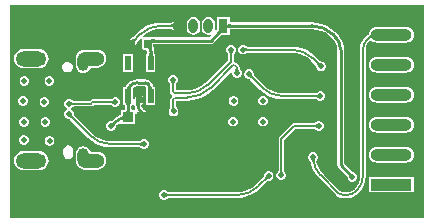
<source format=gbr>
G04*
G04 #@! TF.GenerationSoftware,Altium Limited,Altium Designer,23.1.1 (15)*
G04*
G04 Layer_Physical_Order=2*
G04 Layer_Color=16711680*
%FSLAX25Y25*%
%MOIN*%
G70*
G04*
G04 #@! TF.SameCoordinates,1495F0C7-D67D-4403-963C-54D1E027F531*
G04*
G04*
G04 #@! TF.FilePolarity,Positive*
G04*
G01*
G75*
%ADD13C,0.01000*%
%ADD17O,0.13780X0.04016*%
%ADD18R,0.13780X0.04016*%
%ADD47C,0.00600*%
%ADD48C,0.00800*%
%ADD49O,0.09055X0.04724*%
%ADD50O,0.03937X0.05906*%
%ADD51O,0.10236X0.05118*%
%ADD52O,0.03150X0.04724*%
%ADD53R,0.03150X0.04724*%
%ADD54C,0.02000*%
%ADD55C,0.01000*%
%ADD56R,0.03347X0.03347*%
G04:AMPARAMS|DCode=57|XSize=29.92mil|YSize=26mil|CornerRadius=3.25mil|HoleSize=0mil|Usage=FLASHONLY|Rotation=270.000|XOffset=0mil|YOffset=0mil|HoleType=Round|Shape=RoundedRectangle|*
%AMROUNDEDRECTD57*
21,1,0.02992,0.01950,0,0,270.0*
21,1,0.02342,0.02600,0,0,270.0*
1,1,0.00650,-0.00975,-0.01171*
1,1,0.00650,-0.00975,0.01171*
1,1,0.00650,0.00975,0.01171*
1,1,0.00650,0.00975,-0.01171*
%
%ADD57ROUNDEDRECTD57*%
%ADD58R,0.01968X0.04724*%
G36*
X511500Y293000D02*
X373500D01*
Y364000D01*
X511500D01*
Y293000D01*
D02*
G37*
%LPC*%
G36*
X439500Y360005D02*
X438651Y359836D01*
X437932Y359355D01*
X437451Y358636D01*
X437283Y357787D01*
Y356213D01*
X437451Y355364D01*
X437932Y354645D01*
X438651Y354164D01*
X439500Y353995D01*
X440111Y354117D01*
X440357Y353656D01*
X439823Y353121D01*
X421617D01*
X421550Y353149D01*
X421548Y353149D01*
X421546Y353149D01*
X420755Y353144D01*
X420746Y353140D01*
X420737Y353144D01*
X420416Y353132D01*
X420398Y353124D01*
X420379Y353130D01*
X420324Y353125D01*
X420318Y353121D01*
X420256D01*
X420236Y353118D01*
X420056D01*
X420056Y353118D01*
X420039Y353114D01*
X418281D01*
X417920Y353042D01*
X417649Y353460D01*
X418890Y354478D01*
X420445Y355309D01*
X422132Y355820D01*
X423843Y355989D01*
X423886Y355980D01*
X427040D01*
X427107Y355951D01*
X427242Y355947D01*
X427336Y355939D01*
X427401Y355929D01*
X427478Y355742D01*
X427512Y355728D01*
X427528Y355698D01*
X427530Y355696D01*
X427738Y355635D01*
X427935Y355553D01*
X427937Y355552D01*
X427971Y355566D01*
X428007Y355556D01*
X428196Y355660D01*
X428397Y355742D01*
X428397Y355744D01*
X428411Y355776D01*
X428443Y355794D01*
X428444Y355797D01*
X428498Y355980D01*
X429500D01*
X429890Y356058D01*
X430221Y356279D01*
X430442Y356610D01*
X430520Y357000D01*
X430442Y357390D01*
X430221Y357721D01*
X429890Y357942D01*
X429500Y358020D01*
X428498D01*
X428444Y358203D01*
X428443Y358206D01*
X428411Y358224D01*
X428397Y358258D01*
X428197Y358340D01*
X428007Y358444D01*
X428005Y358444D01*
X427971Y358434D01*
X427937Y358448D01*
X427737Y358365D01*
X427530Y358304D01*
X427512Y358272D01*
X427478Y358258D01*
X427477Y358255D01*
X427401Y358071D01*
X427336Y358061D01*
X427242Y358053D01*
X427107Y358049D01*
X427040Y358020D01*
X423886D01*
Y358034D01*
X422160Y357898D01*
X420476Y357494D01*
X418877Y356831D01*
X417401Y355927D01*
X416084Y354802D01*
X416094Y354792D01*
X414858Y353555D01*
X414791Y353531D01*
X414473Y353234D01*
X414360Y353142D01*
X414274Y353081D01*
X414217Y353116D01*
X414215Y353118D01*
X414158Y353105D01*
X414108Y353127D01*
X414105Y353128D01*
X413923Y353053D01*
X413730Y353010D01*
X413729Y353008D01*
X413699Y352961D01*
X413645Y352939D01*
X413569Y352757D01*
X413463Y352590D01*
X413476Y352534D01*
X413453Y352480D01*
X413455Y352478D01*
X413528Y352298D01*
X413541Y352239D01*
X413023Y351721D01*
X412802Y351390D01*
X412724Y351000D01*
X412802Y350610D01*
X413023Y350279D01*
X413354Y350058D01*
X413744Y349980D01*
X414134Y350058D01*
X414465Y350279D01*
X414774Y350588D01*
X414824Y350546D01*
X414873Y350549D01*
X414912Y350525D01*
X414914Y350523D01*
X415115Y350568D01*
X415316Y350583D01*
X415319Y350583D01*
X415351Y350621D01*
X415399Y350631D01*
X415510Y350804D01*
X415643Y350960D01*
X415643Y350962D01*
X415639Y351009D01*
X415666Y351051D01*
X415665Y351054D01*
X415621Y351251D01*
X415621Y351261D01*
X415624Y351268D01*
X415626Y351289D01*
X415637Y351315D01*
X415673Y351378D01*
X415729Y351458D01*
X415935Y351702D01*
X416071Y351843D01*
X416099Y351913D01*
X416993Y352807D01*
X417381Y352551D01*
X417406Y352513D01*
X417338Y352171D01*
Y349829D01*
X417410Y349468D01*
X417614Y349162D01*
X417920Y348958D01*
X418281Y348886D01*
X418805D01*
X419106Y348483D01*
X419119Y348465D01*
Y347940D01*
X419091Y347878D01*
X419087Y347707D01*
X419076Y347580D01*
X419061Y347483D01*
X419059Y347474D01*
X418656D01*
Y346952D01*
X418618Y346862D01*
X418633Y346827D01*
X418622Y346790D01*
X418656Y346729D01*
Y341550D01*
X421824D01*
Y346729D01*
X421858Y346790D01*
X421847Y346827D01*
X421862Y346862D01*
X421824Y346952D01*
Y347474D01*
X421422D01*
X421419Y347483D01*
X421404Y347580D01*
X421394Y347707D01*
X421389Y347878D01*
X421362Y347940D01*
Y348624D01*
X421379D01*
X421376Y348941D01*
X421349Y349119D01*
X421302Y349429D01*
X421293Y349444D01*
X421297Y349461D01*
X421253Y349677D01*
X421241Y349695D01*
X421243Y349717D01*
X421226Y349780D01*
X421225Y349788D01*
X421207Y349833D01*
X421207Y349843D01*
X421188Y349897D01*
X421174Y349912D01*
X421174Y349912D01*
Y350824D01*
X421243Y350835D01*
X421381Y350846D01*
X421566Y350851D01*
X421628Y350879D01*
X440287D01*
X440287Y350878D01*
X440717Y350964D01*
X441081Y351207D01*
X443317Y353444D01*
X443379Y353467D01*
X443757Y353818D01*
X443899Y353931D01*
X444020Y354015D01*
X444059Y354038D01*
X444261D01*
X444351Y354000D01*
X444401Y354021D01*
X444453Y354008D01*
X444501Y354038D01*
X446675D01*
Y355817D01*
X446683Y355819D01*
X446779Y355835D01*
X446907Y355846D01*
X447080Y355851D01*
X447142Y355878D01*
X473958D01*
X474006Y355888D01*
X475693Y355722D01*
X477361Y355216D01*
X478898Y354394D01*
X480208Y353319D01*
X480236Y353278D01*
X481007Y352507D01*
X481007Y352507D01*
X481312Y352133D01*
X481818Y351474D01*
X482321Y350258D01*
X482487Y348999D01*
X482478Y348954D01*
Y314642D01*
Y310500D01*
X482478Y310500D01*
X482564Y310071D01*
X482807Y309707D01*
X485621Y306893D01*
X485638Y306839D01*
X485651Y306833D01*
X485655Y306820D01*
X485779Y306685D01*
X485810Y306646D01*
X485835Y306610D01*
X485851Y306583D01*
X485858Y306570D01*
X485860Y306555D01*
X485864Y306547D01*
X485867Y306537D01*
X485881Y306518D01*
X485882Y306517D01*
X485900Y306472D01*
Y306182D01*
X486144Y305594D01*
X486594Y305144D01*
X487182Y304900D01*
X487818D01*
X488406Y305144D01*
X488856Y305594D01*
X489100Y306182D01*
Y306818D01*
X488856Y307406D01*
X488406Y307856D01*
X487818Y308100D01*
X487717D01*
X487696Y308112D01*
X487674Y308129D01*
X487674Y308129D01*
X487673Y308129D01*
X487666Y308135D01*
X487650Y308139D01*
X487643Y308142D01*
X487636Y308143D01*
X487628Y308147D01*
X487603Y308162D01*
X487568Y308185D01*
X487531Y308212D01*
X487415Y308313D01*
X487350Y308375D01*
X487285Y308401D01*
X484722Y310965D01*
Y314642D01*
Y348954D01*
X484735D01*
X484595Y350375D01*
X484181Y351741D01*
X483508Y352999D01*
X482603Y354103D01*
X482603Y354103D01*
X482239Y354447D01*
X481822Y354864D01*
X481831Y354873D01*
X480503Y356008D01*
X479013Y356921D01*
X477398Y357589D01*
X475700Y357997D01*
X473958Y358134D01*
Y358121D01*
X447142D01*
X447080Y358149D01*
X446907Y358154D01*
X446779Y358165D01*
X446683Y358181D01*
X446675Y358183D01*
Y359962D01*
X442325D01*
Y356213D01*
X442296Y356165D01*
X442308Y356113D01*
X442288Y356064D01*
X442325Y355974D01*
Y355854D01*
X442120Y355673D01*
X441662Y355936D01*
X441717Y356213D01*
Y357787D01*
X441549Y358636D01*
X441068Y359355D01*
X440349Y359836D01*
X439500Y360005D01*
D02*
G37*
G36*
X434500D02*
X433651Y359836D01*
X432932Y359355D01*
X432451Y358636D01*
X432283Y357787D01*
Y356213D01*
X432451Y355364D01*
X432932Y354645D01*
X433651Y354164D01*
X434500Y353995D01*
X435349Y354164D01*
X436068Y354645D01*
X436549Y355364D01*
X436717Y356213D01*
Y357787D01*
X436549Y358636D01*
X436068Y359355D01*
X435349Y359836D01*
X434500Y360005D01*
D02*
G37*
G36*
X505382Y356630D02*
X495618D01*
X494937Y356541D01*
X494303Y356278D01*
X493758Y355860D01*
X493340Y355315D01*
X493077Y354681D01*
X493002Y354107D01*
X492995Y354101D01*
X492864Y354001D01*
X492776Y353944D01*
X492741Y353894D01*
X491843Y353157D01*
X491090Y352240D01*
X490531Y351194D01*
X490187Y350059D01*
X490071Y348879D01*
X490082D01*
Y306828D01*
X490078D01*
X489965Y305676D01*
X489629Y304568D01*
X489083Y303547D01*
X488348Y302652D01*
X487972Y302353D01*
X487482Y301978D01*
X486468Y301557D01*
X485390Y301415D01*
X485379Y301418D01*
X484500D01*
Y301421D01*
X483929Y301535D01*
X483444Y301859D01*
X483088Y302209D01*
X477919Y307379D01*
X477565Y307732D01*
X477255Y308104D01*
X476610Y308890D01*
X475902Y310213D01*
X475481Y311604D01*
X475497Y311651D01*
X475486Y311676D01*
X475492Y311702D01*
X475485Y311756D01*
X475485Y311774D01*
X475486Y311792D01*
X475490Y311811D01*
X475496Y311835D01*
X475508Y311863D01*
X475526Y311898D01*
X475551Y311938D01*
X475585Y311984D01*
X475641Y312051D01*
X475673Y312147D01*
X475763Y312237D01*
X476006Y312825D01*
Y313462D01*
X475763Y314050D01*
X475313Y314500D01*
X474725Y314744D01*
X474088D01*
X473500Y314500D01*
X473050Y314050D01*
X472806Y313462D01*
Y312825D01*
X473050Y312237D01*
X473253Y312035D01*
X473310Y311912D01*
X473376Y311850D01*
X473424Y311802D01*
X473464Y311755D01*
X473498Y311710D01*
X473527Y311667D01*
X473551Y311625D01*
X473570Y311585D01*
X473585Y311545D01*
X473597Y311506D01*
X473611Y311442D01*
X473631Y311413D01*
X473643Y311287D01*
X474185Y309502D01*
X475064Y307857D01*
X476248Y306415D01*
X476248Y306415D01*
X476621Y306081D01*
X482144Y300558D01*
X482144Y300558D01*
X482136Y300551D01*
X482829Y300019D01*
X483635Y299685D01*
X484500Y299571D01*
Y299582D01*
X485379D01*
Y299571D01*
X486559Y299687D01*
X487694Y300031D01*
X488740Y300590D01*
X489657Y301343D01*
X489663Y301337D01*
X490629Y302514D01*
X491346Y303857D01*
X491788Y305313D01*
X491937Y306828D01*
X491918D01*
Y348879D01*
X491915Y348890D01*
X492057Y349968D01*
X492478Y350982D01*
X493140Y351845D01*
X493149Y351851D01*
X493155Y351860D01*
X493663Y352250D01*
X493670Y352255D01*
X493758Y352140D01*
X494303Y351722D01*
X494937Y351459D01*
X495618Y351370D01*
X505382D01*
X506063Y351459D01*
X506697Y351722D01*
X507242Y352140D01*
X507660Y352685D01*
X507923Y353319D01*
X508012Y354000D01*
X507923Y354681D01*
X507660Y355315D01*
X507242Y355860D01*
X506697Y356278D01*
X506063Y356541D01*
X505382Y356630D01*
D02*
G37*
G36*
X383051Y349194D02*
X377933D01*
X377108Y349086D01*
X376340Y348767D01*
X375680Y348261D01*
X375174Y347601D01*
X374855Y346833D01*
X374747Y346008D01*
X374855Y345183D01*
X375174Y344415D01*
X375680Y343755D01*
X376340Y343249D01*
X377108Y342930D01*
X377933Y342822D01*
X383051D01*
X383876Y342930D01*
X384644Y343249D01*
X385304Y343755D01*
X385811Y344415D01*
X386129Y345183D01*
X386238Y346008D01*
X386129Y346833D01*
X385811Y347601D01*
X385304Y348261D01*
X384644Y348767D01*
X383876Y349086D01*
X383051Y349194D01*
D02*
G37*
G36*
X451333Y350606D02*
X450696D01*
X450108Y350363D01*
X449658Y349913D01*
X449414Y349324D01*
Y348688D01*
X449658Y348100D01*
X450108Y347650D01*
X450696Y347406D01*
X451333D01*
X451921Y347650D01*
X452061Y347790D01*
X452172Y347832D01*
X452212Y347869D01*
X452232Y347885D01*
X452253Y347899D01*
X452277Y347911D01*
X452304Y347922D01*
X452336Y347933D01*
X452375Y347942D01*
X452419Y347950D01*
X452471Y347955D01*
X452550Y347957D01*
X452616Y347987D01*
X467252D01*
X467295Y347995D01*
X469006Y347827D01*
X470693Y347315D01*
X472248Y346484D01*
X473577Y345393D01*
X473602Y345356D01*
X475146Y343812D01*
X475172Y343744D01*
X475226Y343687D01*
X475259Y343647D01*
X475286Y343610D01*
X475306Y343576D01*
X475322Y343546D01*
X475333Y343518D01*
X475341Y343493D01*
X475346Y343468D01*
X475349Y343443D01*
X475351Y343388D01*
X475400Y343280D01*
Y343082D01*
X475644Y342494D01*
X476094Y342044D01*
X476682Y341800D01*
X477318D01*
X477906Y342044D01*
X478356Y342494D01*
X478600Y343082D01*
Y343718D01*
X478356Y344306D01*
X477906Y344756D01*
X477318Y345000D01*
X477120D01*
X477012Y345049D01*
X476957Y345051D01*
X476932Y345054D01*
X476907Y345059D01*
X476882Y345067D01*
X476854Y345078D01*
X476824Y345094D01*
X476790Y345114D01*
X476753Y345141D01*
X476713Y345174D01*
X476656Y345228D01*
X476588Y345254D01*
X475044Y346798D01*
X475054Y346809D01*
X473737Y347933D01*
X472261Y348838D01*
X470661Y349500D01*
X468978Y349904D01*
X467252Y350040D01*
Y350026D01*
X452616D01*
X452550Y350055D01*
X452471Y350058D01*
X452419Y350063D01*
X452375Y350070D01*
X452336Y350079D01*
X452304Y350090D01*
X452277Y350102D01*
X452253Y350114D01*
X452232Y350128D01*
X452212Y350143D01*
X452172Y350181D01*
X452061Y350222D01*
X451921Y350363D01*
X451333Y350606D01*
D02*
G37*
G36*
X414344Y347474D02*
X411176D01*
Y341550D01*
X414344D01*
Y347474D01*
D02*
G37*
G36*
X392854Y344954D02*
X392146D01*
X391491Y344683D01*
X390990Y344182D01*
X390719Y343528D01*
Y342819D01*
X390990Y342164D01*
X391491Y341663D01*
X392146Y341392D01*
X392854D01*
X393509Y341663D01*
X394010Y342164D01*
X394281Y342819D01*
Y343528D01*
X394010Y344182D01*
X393509Y344683D01*
X392854Y344954D01*
D02*
G37*
G36*
X505382Y346630D02*
X495618D01*
X494937Y346541D01*
X494303Y346278D01*
X493758Y345860D01*
X493340Y345315D01*
X493077Y344681D01*
X492988Y344000D01*
X493077Y343319D01*
X493340Y342685D01*
X493758Y342140D01*
X494303Y341722D01*
X494937Y341459D01*
X495618Y341370D01*
X505382D01*
X506063Y341459D01*
X506697Y341722D01*
X507242Y342140D01*
X507660Y342685D01*
X507923Y343319D01*
X508012Y344000D01*
X507923Y344681D01*
X507660Y345315D01*
X507242Y345860D01*
X506697Y346278D01*
X506063Y346541D01*
X505382Y346630D01*
D02*
G37*
G36*
X402539Y348996D02*
X398209D01*
X397435Y348894D01*
X396715Y348595D01*
X396096Y348121D01*
X395621Y347502D01*
X395323Y346781D01*
X395221Y346008D01*
X395236Y345897D01*
X395224Y345811D01*
Y343843D01*
X395313Y343172D01*
X395571Y342547D01*
X395983Y342011D01*
X396520Y341599D01*
X397145Y341340D01*
X397815Y341252D01*
X398485Y341340D01*
X399110Y341599D01*
X399647Y342011D01*
X400059Y342547D01*
X400254Y343020D01*
X402539D01*
X403313Y343122D01*
X404033Y343420D01*
X404652Y343895D01*
X405127Y344514D01*
X405425Y345235D01*
X405527Y346008D01*
X405425Y346781D01*
X405127Y347502D01*
X404652Y348121D01*
X404033Y348595D01*
X403313Y348894D01*
X402539Y348996D01*
D02*
G37*
G36*
X447397Y350503D02*
X446761D01*
X446172Y350259D01*
X445722Y349809D01*
X445479Y349221D01*
Y348585D01*
X445722Y347996D01*
X445838Y347880D01*
X445875Y347776D01*
X445911Y347735D01*
X445926Y347715D01*
X445939Y347693D01*
X445951Y347670D01*
X445962Y347642D01*
X445971Y347609D01*
X445980Y347571D01*
X445986Y347526D01*
X445989Y347474D01*
X445990Y347395D01*
X446018Y347328D01*
X445981Y345927D01*
X445983Y345913D01*
X445980Y345900D01*
Y345474D01*
X438556Y338050D01*
X438532Y338013D01*
X437203Y336922D01*
X435648Y336091D01*
X433961Y335579D01*
X432250Y335411D01*
X432206Y335420D01*
X428736D01*
X428731Y335431D01*
X428720Y335436D01*
Y337398D01*
X428749Y337464D01*
X428752Y337543D01*
X428757Y337595D01*
X428764Y337640D01*
X428773Y337678D01*
X428784Y337710D01*
X428795Y337738D01*
X428808Y337761D01*
X428822Y337783D01*
X428837Y337802D01*
X428874Y337842D01*
X428916Y337953D01*
X429056Y338094D01*
X429300Y338682D01*
Y339318D01*
X429056Y339906D01*
X428606Y340356D01*
X428018Y340600D01*
X427382D01*
X426794Y340356D01*
X426344Y339906D01*
X426100Y339318D01*
Y338682D01*
X426344Y338094D01*
X426484Y337953D01*
X426526Y337842D01*
X426563Y337802D01*
X426579Y337782D01*
X426592Y337761D01*
X426605Y337738D01*
X426616Y337710D01*
X426627Y337678D01*
X426636Y337640D01*
X426644Y337595D01*
X426649Y337543D01*
X426651Y337464D01*
X426680Y337398D01*
Y335371D01*
X426661D01*
X426814Y334602D01*
X427250Y333950D01*
X427217Y333370D01*
X426904Y332902D01*
X426765Y332200D01*
X426780D01*
Y329950D01*
X426751Y329884D01*
X426749Y329803D01*
X426744Y329746D01*
X426736Y329695D01*
X426727Y329649D01*
X426715Y329608D01*
X426702Y329572D01*
X426687Y329540D01*
X426671Y329510D01*
X426653Y329483D01*
X426618Y329437D01*
X426597Y329360D01*
X426544Y329306D01*
X426300Y328718D01*
Y328082D01*
X426544Y327494D01*
X426994Y327044D01*
X427582Y326800D01*
X428218D01*
X428806Y327044D01*
X429256Y327494D01*
X429500Y328082D01*
Y328718D01*
X429256Y329306D01*
X429012Y329551D01*
X428955Y329667D01*
X428918Y329700D01*
X428907Y329712D01*
X428898Y329724D01*
X428889Y329738D01*
X428881Y329756D01*
X428872Y329780D01*
X428864Y329811D01*
X428857Y329850D01*
X428852Y329898D01*
X428849Y329975D01*
X428838Y329999D01*
X428846Y330025D01*
X428820Y330072D01*
Y331980D01*
X432215D01*
Y331962D01*
X434158Y332115D01*
X436052Y332570D01*
X437852Y333315D01*
X439514Y334333D01*
X440996Y335599D01*
X440982Y335612D01*
X446985Y341615D01*
X447044Y341601D01*
X447447Y341370D01*
Y340869D01*
X447691Y340281D01*
X448141Y339831D01*
X448729Y339587D01*
X449366D01*
X449954Y339831D01*
X450404Y340281D01*
X450647Y340869D01*
Y341505D01*
X450404Y342093D01*
X450190Y342307D01*
X450135Y342427D01*
X450095Y342464D01*
X450078Y342482D01*
X450062Y342503D01*
X450048Y342525D01*
X450035Y342552D01*
X450022Y342583D01*
X450010Y342621D01*
X449999Y342665D01*
X449990Y342717D01*
X449982Y342795D01*
X449948Y342858D01*
X449927Y343152D01*
X449906Y343227D01*
X449808Y343722D01*
X449410Y344318D01*
X448814Y344715D01*
X448112Y344855D01*
X448020Y345344D01*
Y345887D01*
X448056Y347275D01*
X448087Y347340D01*
X448092Y347418D01*
X448098Y347470D01*
X448107Y347515D01*
X448117Y347553D01*
X448128Y347585D01*
X448141Y347612D01*
X448154Y347636D01*
X448168Y347656D01*
X448184Y347676D01*
X448222Y347715D01*
X448269Y347831D01*
X448435Y347996D01*
X448679Y348585D01*
Y349221D01*
X448435Y349809D01*
X447985Y350259D01*
X447397Y350503D01*
D02*
G37*
G36*
X418500Y339145D02*
Y339122D01*
X415914D01*
Y339139D01*
X414736Y338984D01*
X413638Y338529D01*
X412695Y337805D01*
X412700Y337800D01*
X412297Y337274D01*
X412278Y337269D01*
X412243Y337205D01*
X412175Y337115D01*
X412109Y337059D01*
X412027Y336896D01*
X411954Y336768D01*
X411886Y336663D01*
X411826Y336582D01*
X411775Y336524D01*
X411739Y336491D01*
X411731Y336485D01*
X411722Y336485D01*
X411698Y336472D01*
X411688Y336469D01*
X411681Y336462D01*
X411658Y336450D01*
X411176D01*
Y335929D01*
X411138Y335838D01*
X411152Y335806D01*
X411141Y335772D01*
X411176Y335709D01*
Y331273D01*
X411143Y331214D01*
X411154Y331175D01*
X411138Y331138D01*
X411176Y331048D01*
Y330526D01*
X411557D01*
X411558Y330523D01*
X411573Y330424D01*
X411583Y330295D01*
X411587Y330123D01*
X411615Y330060D01*
Y329240D01*
X411587Y329178D01*
X411583Y329006D01*
X411571Y328878D01*
X411555Y328782D01*
X411553Y328773D01*
X410463D01*
Y327448D01*
X410440Y327406D01*
X410439Y327388D01*
X410417Y327366D01*
X410367Y327328D01*
X410291Y327280D01*
X410190Y327228D01*
X410063Y327172D01*
X409897Y327111D01*
X409856Y327073D01*
X409773Y327048D01*
X408434Y326332D01*
X407261Y325369D01*
X407261Y325369D01*
X407251Y325363D01*
X407228Y325353D01*
X407204Y325330D01*
X406873Y325100D01*
X406682D01*
X406094Y324856D01*
X405644Y324406D01*
X405400Y323818D01*
Y323182D01*
X405644Y322594D01*
X406094Y322144D01*
X406682Y321900D01*
X407318D01*
X407906Y322144D01*
X408356Y322594D01*
X408600Y323182D01*
Y323448D01*
X408786Y323659D01*
X408853Y323727D01*
X408891Y323820D01*
X409963Y324643D01*
X410021Y324634D01*
X410463Y324317D01*
Y324227D01*
X415009D01*
Y327429D01*
X415510Y327641D01*
X415651Y327590D01*
X415868Y327500D01*
X416142Y327156D01*
Y326500D01*
X416228Y326071D01*
X416471Y325707D01*
X416835Y325464D01*
X417264Y325378D01*
X417693Y325464D01*
X418057Y325707D01*
X418300Y326071D01*
X418385Y326500D01*
Y327156D01*
X418396D01*
X418346Y327537D01*
X418463Y327585D01*
X418673Y327653D01*
X418676Y327654D01*
X418689Y327679D01*
X418713Y327689D01*
X418716Y327690D01*
X418801Y327897D01*
X418904Y328096D01*
X418895Y328123D01*
X418906Y328149D01*
X418905Y328151D01*
X418820Y328356D01*
X418752Y328569D01*
X418749Y328570D01*
X418726Y328582D01*
X418715Y328608D01*
X418509Y328694D01*
X418310Y328797D01*
X418254Y328801D01*
X418240Y328804D01*
X418212Y328816D01*
X418167Y328841D01*
X418108Y328883D01*
X418037Y328945D01*
X417962Y329020D01*
X417765Y329262D01*
X417661Y329411D01*
X417540Y329488D01*
X417301Y329800D01*
Y329800D01*
X417150Y330238D01*
X417153Y330350D01*
X417163Y330466D01*
X417176Y330554D01*
X417186Y330593D01*
X417192Y330597D01*
X417390Y330679D01*
X417405Y330715D01*
X417437Y330732D01*
X417439Y330734D01*
X417498Y330940D01*
X417580Y331138D01*
X417565Y331174D01*
X417576Y331211D01*
X417472Y331399D01*
X417390Y331597D01*
X417354Y331612D01*
X417335Y331646D01*
X417333Y331647D01*
X417130Y331705D01*
X417122Y331714D01*
Y332266D01*
X417293Y332695D01*
X417536Y333059D01*
X417544Y333098D01*
X417622Y333488D01*
X417536Y333917D01*
X417293Y334281D01*
X416929Y334524D01*
X416500Y334610D01*
X416071Y334524D01*
X415707Y334281D01*
X415705Y334283D01*
X415255Y333697D01*
X414972Y333014D01*
X414876Y332281D01*
X414878D01*
Y331153D01*
X414851Y330226D01*
X414854Y330217D01*
X414851Y330207D01*
X414888Y330118D01*
X414972Y329474D01*
X415065Y329250D01*
X414721Y328773D01*
X413919D01*
X413917Y328782D01*
X413901Y328878D01*
X413890Y329006D01*
X413885Y329178D01*
X413858Y329240D01*
Y330059D01*
X413885Y330121D01*
X413890Y330291D01*
X413901Y330417D01*
X413916Y330511D01*
X413920Y330526D01*
X414344D01*
Y331048D01*
X414382Y331138D01*
X414368Y331172D01*
X414378Y331206D01*
X414344Y331269D01*
Y335734D01*
X414381Y335815D01*
X414391Y336102D01*
X414396Y336155D01*
X414415Y336278D01*
X414422Y336311D01*
X414423Y336312D01*
X415031Y336719D01*
X415874Y336886D01*
X415914Y336878D01*
X418277D01*
X418522Y336780D01*
X418613Y336556D01*
X418656Y336383D01*
Y335929D01*
X418618Y335838D01*
X418635Y335799D01*
X418624Y335757D01*
X418656Y335700D01*
Y330526D01*
X421824D01*
Y335704D01*
X421858Y335764D01*
X421847Y335802D01*
X421862Y335838D01*
X421824Y335929D01*
Y336450D01*
X421363D01*
X421359Y336456D01*
X421329Y336504D01*
X421296Y336571D01*
X421204Y336825D01*
X421159Y336985D01*
X421058Y337115D01*
X420881Y337542D01*
X420593Y337917D01*
X420300Y338300D01*
X420163Y338456D01*
X420163Y338456D01*
X419400Y338966D01*
X418500Y339145D01*
D02*
G37*
G36*
X386818Y340200D02*
X386182D01*
X385594Y339956D01*
X385144Y339506D01*
X384900Y338918D01*
Y338282D01*
X385144Y337694D01*
X385594Y337244D01*
X386182Y337000D01*
X386818D01*
X387406Y337244D01*
X387856Y337694D01*
X388100Y338282D01*
Y338918D01*
X387856Y339506D01*
X387406Y339956D01*
X386818Y340200D01*
D02*
G37*
G36*
X378476Y340154D02*
X377839D01*
X377251Y339910D01*
X376801Y339460D01*
X376557Y338872D01*
Y338235D01*
X376801Y337647D01*
X377251Y337197D01*
X377839Y336954D01*
X378476D01*
X379064Y337197D01*
X379514Y337647D01*
X379757Y338235D01*
Y338872D01*
X379514Y339460D01*
X379064Y339910D01*
X378476Y340154D01*
D02*
G37*
G36*
X408818Y333100D02*
X408182D01*
X407594Y332856D01*
X407450Y332713D01*
X407336Y332668D01*
X407271Y332606D01*
X407223Y332565D01*
X407179Y332532D01*
X407138Y332507D01*
X407101Y332487D01*
X407067Y332473D01*
X407035Y332462D01*
X407006Y332455D01*
X406976Y332452D01*
X406917Y332449D01*
X406850Y332418D01*
X400866D01*
X400515Y332348D01*
X400217Y332149D01*
X399986Y331918D01*
X394650D01*
X394583Y331949D01*
X394524Y331951D01*
X394494Y331956D01*
X394464Y331962D01*
X394433Y331973D01*
X394399Y331987D01*
X394362Y332007D01*
X394321Y332032D01*
X394277Y332065D01*
X394229Y332106D01*
X394164Y332168D01*
X394050Y332213D01*
X393906Y332356D01*
X393318Y332600D01*
X392682D01*
X392094Y332356D01*
X391644Y331906D01*
X391400Y331318D01*
Y330682D01*
X391644Y330094D01*
X392094Y329644D01*
X392391Y329521D01*
Y328979D01*
X392094Y328856D01*
X391644Y328406D01*
X391400Y327818D01*
Y327182D01*
X391644Y326594D01*
X392094Y326144D01*
X392682Y325900D01*
X392880D01*
X392988Y325851D01*
X393043Y325849D01*
X393068Y325846D01*
X393092Y325841D01*
X393118Y325833D01*
X393146Y325822D01*
X393176Y325806D01*
X393210Y325786D01*
X393247Y325759D01*
X393287Y325726D01*
X393344Y325672D01*
X393412Y325646D01*
X399350Y319708D01*
X399340Y319698D01*
X400657Y318573D01*
X402133Y317669D01*
X403732Y317006D01*
X405416Y316602D01*
X407142Y316466D01*
Y316480D01*
X416398D01*
X416464Y316451D01*
X416543Y316448D01*
X416595Y316444D01*
X416640Y316436D01*
X416678Y316427D01*
X416710Y316416D01*
X416738Y316405D01*
X416761Y316392D01*
X416783Y316378D01*
X416802Y316363D01*
X416842Y316326D01*
X416953Y316284D01*
X417094Y316144D01*
X417682Y315900D01*
X418318D01*
X418906Y316144D01*
X419356Y316594D01*
X419600Y317182D01*
Y317818D01*
X419356Y318406D01*
X418906Y318856D01*
X418318Y319100D01*
X417682D01*
X417094Y318856D01*
X416953Y318716D01*
X416842Y318674D01*
X416802Y318637D01*
X416782Y318621D01*
X416761Y318608D01*
X416738Y318595D01*
X416710Y318584D01*
X416678Y318573D01*
X416640Y318564D01*
X416595Y318556D01*
X416543Y318551D01*
X416464Y318549D01*
X416398Y318520D01*
X407142D01*
X407099Y318511D01*
X405388Y318679D01*
X403701Y319191D01*
X402146Y320022D01*
X400817Y321113D01*
X400792Y321150D01*
X394854Y327088D01*
X394828Y327156D01*
X394774Y327213D01*
X394741Y327253D01*
X394714Y327290D01*
X394694Y327324D01*
X394678Y327354D01*
X394667Y327382D01*
X394659Y327408D01*
X394654Y327432D01*
X394651Y327457D01*
X394649Y327512D01*
X394600Y327620D01*
Y327818D01*
X394356Y328406D01*
X393906Y328856D01*
X393609Y328979D01*
Y329521D01*
X393906Y329644D01*
X394050Y329787D01*
X394164Y329832D01*
X394229Y329894D01*
X394277Y329935D01*
X394321Y329968D01*
X394362Y329993D01*
X394399Y330013D01*
X394433Y330027D01*
X394464Y330038D01*
X394494Y330045D01*
X394524Y330048D01*
X394583Y330051D01*
X394650Y330082D01*
X400366D01*
X400717Y330152D01*
X401015Y330351D01*
X401246Y330582D01*
X406850D01*
X406917Y330551D01*
X406976Y330549D01*
X407006Y330544D01*
X407035Y330538D01*
X407067Y330527D01*
X407101Y330513D01*
X407138Y330493D01*
X407179Y330468D01*
X407223Y330435D01*
X407271Y330394D01*
X407336Y330332D01*
X407450Y330287D01*
X407594Y330144D01*
X408182Y329900D01*
X408818D01*
X409406Y330144D01*
X409856Y330594D01*
X410100Y331182D01*
Y331818D01*
X409856Y332406D01*
X409406Y332856D01*
X408818Y333100D01*
D02*
G37*
G36*
X453318Y342400D02*
X452682D01*
X452094Y342156D01*
X451644Y341706D01*
X451400Y341118D01*
Y340482D01*
X451644Y339894D01*
X452094Y339444D01*
X452682Y339200D01*
X452880D01*
X452988Y339151D01*
X453043Y339149D01*
X453068Y339146D01*
X453092Y339141D01*
X453118Y339133D01*
X453146Y339122D01*
X453176Y339106D01*
X453210Y339086D01*
X453247Y339059D01*
X453287Y339026D01*
X453344Y338972D01*
X453412Y338946D01*
X456650Y335708D01*
X456640Y335698D01*
X457957Y334573D01*
X459433Y333669D01*
X461032Y333006D01*
X462716Y332602D01*
X464442Y332466D01*
Y332480D01*
X475198D01*
X475264Y332451D01*
X475343Y332449D01*
X475395Y332444D01*
X475440Y332436D01*
X475478Y332427D01*
X475510Y332416D01*
X475538Y332405D01*
X475561Y332392D01*
X475583Y332379D01*
X475602Y332363D01*
X475642Y332326D01*
X475753Y332284D01*
X475894Y332144D01*
X476482Y331900D01*
X477118D01*
X477706Y332144D01*
X478156Y332594D01*
X478400Y333182D01*
Y333818D01*
X478156Y334406D01*
X477706Y334856D01*
X477118Y335100D01*
X476482D01*
X475894Y334856D01*
X475753Y334716D01*
X475642Y334674D01*
X475602Y334637D01*
X475582Y334621D01*
X475561Y334608D01*
X475538Y334595D01*
X475510Y334584D01*
X475478Y334573D01*
X475440Y334564D01*
X475395Y334556D01*
X475343Y334552D01*
X475264Y334549D01*
X475198Y334520D01*
X464442D01*
X464399Y334511D01*
X462688Y334680D01*
X461001Y335191D01*
X459446Y336022D01*
X458117Y337113D01*
X458092Y337150D01*
X454854Y340388D01*
X454828Y340456D01*
X454774Y340513D01*
X454741Y340553D01*
X454714Y340590D01*
X454694Y340624D01*
X454678Y340654D01*
X454667Y340682D01*
X454659Y340707D01*
X454654Y340732D01*
X454651Y340757D01*
X454649Y340812D01*
X454600Y340920D01*
Y341118D01*
X454356Y341706D01*
X453906Y342156D01*
X453318Y342400D01*
D02*
G37*
G36*
X505382Y336630D02*
X495618D01*
X494937Y336541D01*
X494303Y336278D01*
X493758Y335860D01*
X493340Y335315D01*
X493077Y334681D01*
X492988Y334000D01*
X493077Y333319D01*
X493340Y332685D01*
X493758Y332140D01*
X494303Y331722D01*
X494937Y331459D01*
X495618Y331370D01*
X505382D01*
X506063Y331459D01*
X506697Y331722D01*
X507242Y332140D01*
X507660Y332685D01*
X507923Y333319D01*
X508012Y334000D01*
X507923Y334681D01*
X507660Y335315D01*
X507242Y335860D01*
X506697Y336278D01*
X506063Y336541D01*
X505382Y336630D01*
D02*
G37*
G36*
X458018Y333600D02*
X457382D01*
X456794Y333356D01*
X456344Y332906D01*
X456100Y332318D01*
Y331682D01*
X456344Y331094D01*
X456794Y330644D01*
X457382Y330400D01*
X458018D01*
X458606Y330644D01*
X459056Y331094D01*
X459300Y331682D01*
Y332318D01*
X459056Y332906D01*
X458606Y333356D01*
X458018Y333600D01*
D02*
G37*
G36*
X378076Y333554D02*
X377439D01*
X376851Y333310D01*
X376401Y332860D01*
X376157Y332272D01*
Y331635D01*
X376401Y331047D01*
X376851Y330597D01*
X377439Y330354D01*
X378076D01*
X378664Y330597D01*
X379114Y331047D01*
X379357Y331635D01*
Y332272D01*
X379114Y332860D01*
X378664Y333310D01*
X378076Y333554D01*
D02*
G37*
G36*
X448218Y333500D02*
X447582D01*
X446994Y333256D01*
X446544Y332806D01*
X446300Y332218D01*
Y331582D01*
X446544Y330994D01*
X446994Y330544D01*
X447582Y330300D01*
X448218D01*
X448806Y330544D01*
X449256Y330994D01*
X449500Y331582D01*
Y332218D01*
X449256Y332806D01*
X448806Y333256D01*
X448218Y333500D01*
D02*
G37*
G36*
X385176Y333254D02*
X384539D01*
X383951Y333010D01*
X383501Y332560D01*
X383257Y331972D01*
Y331335D01*
X383501Y330747D01*
X383951Y330297D01*
X384539Y330054D01*
X385176D01*
X385764Y330297D01*
X386214Y330747D01*
X386457Y331335D01*
Y331972D01*
X386214Y332560D01*
X385764Y333010D01*
X385176Y333254D01*
D02*
G37*
G36*
X458018Y326600D02*
X457382D01*
X456794Y326356D01*
X456344Y325906D01*
X456100Y325318D01*
Y324682D01*
X456344Y324094D01*
X456794Y323644D01*
X457382Y323400D01*
X458018D01*
X458606Y323644D01*
X459056Y324094D01*
X459300Y324682D01*
Y325318D01*
X459056Y325906D01*
X458606Y326356D01*
X458018Y326600D01*
D02*
G37*
G36*
X448018D02*
X447382D01*
X446794Y326356D01*
X446344Y325906D01*
X446100Y325318D01*
Y324682D01*
X446344Y324094D01*
X446794Y323644D01*
X447382Y323400D01*
X448018D01*
X448606Y323644D01*
X449056Y324094D01*
X449300Y324682D01*
Y325318D01*
X449056Y325906D01*
X448606Y326356D01*
X448018Y326600D01*
D02*
G37*
G36*
X378376Y326554D02*
X377739D01*
X377151Y326310D01*
X376701Y325860D01*
X376457Y325272D01*
Y324635D01*
X376701Y324047D01*
X377151Y323597D01*
X377739Y323354D01*
X378376D01*
X378964Y323597D01*
X379414Y324047D01*
X379657Y324635D01*
Y325272D01*
X379414Y325860D01*
X378964Y326310D01*
X378376Y326554D01*
D02*
G37*
G36*
X385476Y326454D02*
X384839D01*
X384251Y326210D01*
X383801Y325760D01*
X383557Y325172D01*
Y324535D01*
X383801Y323947D01*
X384251Y323497D01*
X384839Y323254D01*
X385476D01*
X386064Y323497D01*
X386514Y323947D01*
X386757Y324535D01*
Y325172D01*
X386514Y325760D01*
X386064Y326210D01*
X385476Y326454D01*
D02*
G37*
G36*
X476618Y325200D02*
X475982D01*
X475394Y324956D01*
X475250Y324813D01*
X475136Y324768D01*
X475071Y324706D01*
X475023Y324665D01*
X474979Y324632D01*
X474938Y324607D01*
X474901Y324587D01*
X474867Y324573D01*
X474835Y324562D01*
X474806Y324555D01*
X474776Y324552D01*
X474717Y324549D01*
X474650Y324518D01*
X468100D01*
X467749Y324448D01*
X467451Y324249D01*
X463151Y319949D01*
X462952Y319651D01*
X462882Y319300D01*
Y308750D01*
X462851Y308683D01*
X462849Y308624D01*
X462845Y308594D01*
X462838Y308564D01*
X462827Y308533D01*
X462813Y308499D01*
X462793Y308462D01*
X462768Y308421D01*
X462735Y308377D01*
X462694Y308329D01*
X462632Y308264D01*
X462587Y308150D01*
X462444Y308006D01*
X462200Y307418D01*
Y306782D01*
X462444Y306194D01*
X462894Y305744D01*
X463482Y305500D01*
X464118D01*
X464706Y305744D01*
X465156Y306194D01*
X465400Y306782D01*
Y307418D01*
X465156Y308006D01*
X465013Y308150D01*
X464968Y308264D01*
X464906Y308329D01*
X464865Y308377D01*
X464832Y308421D01*
X464807Y308462D01*
X464787Y308499D01*
X464773Y308533D01*
X464762Y308564D01*
X464755Y308594D01*
X464751Y308624D01*
X464749Y308683D01*
X464718Y308750D01*
Y318920D01*
X468480Y322682D01*
X474650D01*
X474717Y322651D01*
X474776Y322649D01*
X474806Y322644D01*
X474835Y322638D01*
X474867Y322627D01*
X474901Y322613D01*
X474938Y322593D01*
X474979Y322568D01*
X475023Y322535D01*
X475071Y322494D01*
X475136Y322432D01*
X475250Y322387D01*
X475394Y322244D01*
X475982Y322000D01*
X476618D01*
X477206Y322244D01*
X477656Y322694D01*
X477900Y323282D01*
Y323918D01*
X477656Y324506D01*
X477206Y324956D01*
X476618Y325200D01*
D02*
G37*
G36*
X505382Y326630D02*
X495618D01*
X494937Y326541D01*
X494303Y326278D01*
X493758Y325860D01*
X493340Y325315D01*
X493077Y324681D01*
X492988Y324000D01*
X493077Y323319D01*
X493340Y322685D01*
X493758Y322140D01*
X494303Y321722D01*
X494937Y321459D01*
X495618Y321370D01*
X505382D01*
X506063Y321459D01*
X506697Y321722D01*
X507242Y322140D01*
X507660Y322685D01*
X507923Y323319D01*
X508012Y324000D01*
X507923Y324681D01*
X507660Y325315D01*
X507242Y325860D01*
X506697Y326278D01*
X506063Y326541D01*
X505382Y326630D01*
D02*
G37*
G36*
X378276Y320454D02*
X377639D01*
X377051Y320210D01*
X376601Y319760D01*
X376357Y319172D01*
Y318535D01*
X376601Y317947D01*
X377051Y317497D01*
X377639Y317254D01*
X378276D01*
X378864Y317497D01*
X379314Y317947D01*
X379557Y318535D01*
Y319172D01*
X379314Y319760D01*
X378864Y320210D01*
X378276Y320454D01*
D02*
G37*
G36*
X386876Y320254D02*
X386239D01*
X385651Y320010D01*
X385201Y319560D01*
X384957Y318972D01*
Y318335D01*
X385201Y317747D01*
X385651Y317297D01*
X386239Y317054D01*
X386876D01*
X387464Y317297D01*
X387914Y317747D01*
X388157Y318335D01*
Y318972D01*
X387914Y319560D01*
X387464Y320010D01*
X386876Y320254D01*
D02*
G37*
G36*
X392756Y317131D02*
X392138Y317008D01*
X391614Y316658D01*
X391264Y316134D01*
X391141Y315516D01*
Y314138D01*
X391264Y313520D01*
X391614Y312996D01*
X392138Y312646D01*
X392756Y312523D01*
X393374Y312646D01*
X393898Y312996D01*
X394248Y313520D01*
X394371Y314138D01*
Y315516D01*
X394248Y316134D01*
X393898Y316658D01*
X393374Y317008D01*
X392756Y317131D01*
D02*
G37*
G36*
X505382Y316630D02*
X495618D01*
X494937Y316541D01*
X494303Y316278D01*
X493758Y315860D01*
X493340Y315315D01*
X493077Y314681D01*
X492988Y314000D01*
X493077Y313319D01*
X493340Y312685D01*
X493758Y312140D01*
X494303Y311722D01*
X494937Y311459D01*
X495618Y311370D01*
X505382D01*
X506063Y311459D01*
X506697Y311722D01*
X507242Y312140D01*
X507660Y312685D01*
X507923Y313319D01*
X508012Y314000D01*
X507923Y314681D01*
X507660Y315315D01*
X507242Y315860D01*
X506697Y316278D01*
X506063Y316541D01*
X505382Y316630D01*
D02*
G37*
G36*
X397815Y316748D02*
X397145Y316660D01*
X396520Y316401D01*
X395983Y315989D01*
X395571Y315453D01*
X395313Y314828D01*
X395224Y314158D01*
Y312189D01*
X395236Y312104D01*
X395221Y311992D01*
X395323Y311219D01*
X395621Y310498D01*
X396096Y309879D01*
X396715Y309405D01*
X397435Y309106D01*
X398209Y309004D01*
X402539D01*
X403313Y309106D01*
X404033Y309405D01*
X404652Y309879D01*
X405127Y310498D01*
X405425Y311219D01*
X405527Y311992D01*
X405425Y312765D01*
X405127Y313486D01*
X404652Y314105D01*
X404033Y314580D01*
X403313Y314878D01*
X402539Y314980D01*
X400254D01*
X400059Y315453D01*
X399647Y315989D01*
X399110Y316401D01*
X398485Y316660D01*
X397815Y316748D01*
D02*
G37*
G36*
X383051Y315178D02*
X377933D01*
X377108Y315070D01*
X376340Y314752D01*
X375680Y314245D01*
X375174Y313585D01*
X374855Y312817D01*
X374747Y311992D01*
X374855Y311168D01*
X375174Y310399D01*
X375680Y309739D01*
X376340Y309233D01*
X377108Y308914D01*
X377933Y308806D01*
X383051D01*
X383876Y308914D01*
X384644Y309233D01*
X385304Y309739D01*
X385811Y310399D01*
X386129Y311168D01*
X386238Y311992D01*
X386129Y312817D01*
X385811Y313585D01*
X385304Y314245D01*
X384644Y314752D01*
X383876Y315070D01*
X383051Y315178D01*
D02*
G37*
G36*
X459918Y308500D02*
X459282D01*
X458694Y308256D01*
X458244Y307806D01*
X458000Y307218D01*
Y307015D01*
X457951Y306902D01*
X457949Y306813D01*
X457944Y306750D01*
X457936Y306696D01*
X457925Y306649D01*
X457913Y306608D01*
X457899Y306574D01*
X457884Y306545D01*
X457868Y306519D01*
X457850Y306495D01*
X457810Y306452D01*
X457785Y306382D01*
X455480Y304078D01*
X455458Y304045D01*
X454110Y302939D01*
X452538Y302098D01*
X450832Y301581D01*
X449096Y301410D01*
X449058Y301418D01*
X426350D01*
X426283Y301449D01*
X426224Y301451D01*
X426194Y301455D01*
X426164Y301462D01*
X426133Y301472D01*
X426099Y301487D01*
X426062Y301507D01*
X426021Y301532D01*
X425977Y301565D01*
X425929Y301606D01*
X425865Y301668D01*
X425750Y301713D01*
X425606Y301856D01*
X425018Y302100D01*
X424382D01*
X423794Y301856D01*
X423344Y301406D01*
X423100Y300818D01*
Y300182D01*
X423344Y299594D01*
X423794Y299144D01*
X424382Y298900D01*
X425018D01*
X425606Y299144D01*
X425750Y299287D01*
X425865Y299332D01*
X425929Y299394D01*
X425977Y299435D01*
X426021Y299468D01*
X426062Y299493D01*
X426099Y299513D01*
X426133Y299527D01*
X426164Y299538D01*
X426194Y299545D01*
X426224Y299549D01*
X426283Y299551D01*
X426350Y299582D01*
X449058D01*
Y299566D01*
X450768Y299701D01*
X452437Y300101D01*
X454022Y300758D01*
X455484Y301654D01*
X456789Y302769D01*
X456778Y302780D01*
X459082Y305085D01*
X459152Y305110D01*
X459195Y305150D01*
X459219Y305168D01*
X459245Y305184D01*
X459274Y305199D01*
X459308Y305213D01*
X459349Y305225D01*
X459396Y305236D01*
X459450Y305244D01*
X459513Y305249D01*
X459602Y305251D01*
X459715Y305300D01*
X459918D01*
X460506Y305544D01*
X460956Y305994D01*
X461200Y306582D01*
Y307218D01*
X460956Y307806D01*
X460506Y308256D01*
X459918Y308500D01*
D02*
G37*
G36*
X507990Y306608D02*
X493010D01*
Y301392D01*
X507990D01*
Y306608D01*
D02*
G37*
%LPD*%
G36*
X427937Y356202D02*
X427929Y356277D01*
X427905Y356345D01*
X427864Y356405D01*
X427807Y356457D01*
X427734Y356500D01*
X427644Y356536D01*
X427539Y356564D01*
X427417Y356584D01*
X427278Y356596D01*
X427124Y356600D01*
Y357400D01*
X427278Y357404D01*
X427417Y357416D01*
X427539Y357436D01*
X427644Y357464D01*
X427734Y357500D01*
X427807Y357543D01*
X427864Y357595D01*
X427905Y357655D01*
X427929Y357723D01*
X427937Y357798D01*
Y356202D01*
D02*
G37*
G36*
X446061Y357905D02*
X446091Y357820D01*
X446142Y357745D01*
X446213Y357680D01*
X446304Y357625D01*
X446415Y357580D01*
X446547Y357545D01*
X446699Y357520D01*
X446871Y357505D01*
X447063Y357500D01*
Y356500D01*
X446871Y356495D01*
X446699Y356480D01*
X446547Y356455D01*
X446415Y356420D01*
X446304Y356375D01*
X446213Y356320D01*
X446142Y356255D01*
X446091Y356180D01*
X446061Y356095D01*
X446051Y356000D01*
Y358000D01*
X446061Y357905D01*
D02*
G37*
G36*
X444351Y354650D02*
X444274Y354706D01*
X444182Y354735D01*
X444076D01*
X443955Y354706D01*
X443821Y354650D01*
X443673Y354565D01*
X443510Y354452D01*
X443333Y354310D01*
X442937Y353943D01*
X442230Y354650D01*
X442428Y354855D01*
X442739Y355223D01*
X442852Y355385D01*
X442937Y355534D01*
X442994Y355668D01*
X443022Y355788D01*
Y355894D01*
X442994Y355986D01*
X442937Y356064D01*
X444351Y354650D01*
D02*
G37*
G36*
X415604Y352294D02*
X415453Y352138D01*
X415213Y351854D01*
X415125Y351726D01*
X415057Y351608D01*
X415009Y351500D01*
X414982Y351401D01*
X414976Y351312D01*
X414991Y351233D01*
X415026Y351163D01*
X414103Y352478D01*
X414155Y352425D01*
X414221Y352397D01*
X414301Y352394D01*
X414394Y352414D01*
X414500Y352460D01*
X414620Y352530D01*
X414753Y352625D01*
X414900Y352744D01*
X415234Y353056D01*
X415604Y352294D01*
D02*
G37*
G36*
X421550Y351500D02*
X421346Y351495D01*
X421166Y351480D01*
X421007Y351455D01*
X420872Y351420D01*
X420759Y351375D01*
X420670Y351320D01*
X420603Y351255D01*
X420558Y351180D01*
X420537Y351095D01*
X420538Y351000D01*
X420353Y352466D01*
X420356Y352472D01*
X420385Y352478D01*
X420439Y352483D01*
X420759Y352495D01*
X421550Y352500D01*
Y351500D01*
D02*
G37*
G36*
X420559Y349709D02*
X420577Y349677D01*
X420596Y349624D01*
X420616Y349549D01*
X420660Y349332D01*
X420734Y348844D01*
X419740Y348624D01*
X419712Y348804D01*
X419639Y349105D01*
X419595Y349225D01*
X419546Y349325D01*
X419491Y349405D01*
X419431Y349464D01*
X419366Y349504D01*
X419295Y349523D01*
X419219Y349522D01*
X420526Y349707D01*
X420542Y349719D01*
X420559Y349709D01*
D02*
G37*
G36*
X420745Y347672D02*
X420759Y347502D01*
X420783Y347352D01*
X420816Y347222D01*
X420858Y347112D01*
X420910Y347022D01*
X420972Y346952D01*
X421042Y346902D01*
X421123Y346872D01*
X421212Y346862D01*
X419268D01*
X419358Y346872D01*
X419438Y346902D01*
X419509Y346952D01*
X419570Y347022D01*
X419622Y347112D01*
X419665Y347222D01*
X419698Y347352D01*
X419721Y347502D01*
X419735Y347672D01*
X419740Y347862D01*
X420740D01*
X420745Y347672D01*
D02*
G37*
G36*
X486976Y307833D02*
X487124Y307706D01*
X487194Y307654D01*
X487261Y307609D01*
X487326Y307572D01*
X487389Y307542D01*
X487449Y307520D01*
X487506Y307505D01*
X487561Y307498D01*
X486503Y306581D01*
X486504Y306639D01*
X486496Y306699D01*
X486480Y306762D01*
X486455Y306826D01*
X486422Y306893D01*
X486381Y306962D01*
X486332Y307033D01*
X486274Y307106D01*
X486134Y307259D01*
X486899Y307909D01*
X486976Y307833D01*
D02*
G37*
G36*
X493988Y352866D02*
X493965Y352917D01*
X493932Y352956D01*
X493889Y352981D01*
X493837Y352994D01*
X493775Y352994D01*
X493702Y352981D01*
X493620Y352955D01*
X493528Y352916D01*
X493427Y352864D01*
X493315Y352799D01*
X493127Y353398D01*
X493237Y353469D01*
X493416Y353606D01*
X493486Y353672D01*
X493542Y353736D01*
X493585Y353800D01*
X493614Y353861D01*
X493631Y353921D01*
X493633Y353980D01*
X493622Y354037D01*
X493988Y352866D01*
D02*
G37*
G36*
X475075Y312387D02*
X475013Y312303D01*
X474960Y312218D01*
X474917Y312133D01*
X474882Y312048D01*
X474857Y311962D01*
X474841Y311876D01*
X474834Y311789D01*
X474837Y311702D01*
X474849Y311615D01*
X474245Y311581D01*
X474226Y311669D01*
X474200Y311756D01*
X474167Y311841D01*
X474127Y311925D01*
X474081Y312006D01*
X474028Y312086D01*
X473969Y312165D01*
X473902Y312241D01*
X473829Y312316D01*
X473749Y312390D01*
X475147Y312472D01*
X475075Y312387D01*
D02*
G37*
G36*
X451789Y349649D02*
X451855Y349598D01*
X451924Y349553D01*
X451998Y349514D01*
X452076Y349481D01*
X452158Y349454D01*
X452245Y349433D01*
X452336Y349418D01*
X452431Y349409D01*
X452531Y349406D01*
Y348606D01*
X452431Y348603D01*
X452336Y348594D01*
X452245Y348579D01*
X452158Y348558D01*
X452076Y348531D01*
X451998Y348498D01*
X451924Y348459D01*
X451855Y348414D01*
X451789Y348363D01*
X451728Y348306D01*
Y349706D01*
X451789Y349649D01*
D02*
G37*
G36*
X476283Y344687D02*
X476357Y344626D01*
X476432Y344572D01*
X476508Y344526D01*
X476585Y344487D01*
X476664Y344455D01*
X476743Y344430D01*
X476824Y344413D01*
X476907Y344403D01*
X476990Y344400D01*
X476000Y343410D01*
X475997Y343493D01*
X475987Y343576D01*
X475970Y343657D01*
X475945Y343736D01*
X475913Y343815D01*
X475874Y343892D01*
X475828Y343968D01*
X475774Y344043D01*
X475713Y344117D01*
X475645Y344190D01*
X476210Y344755D01*
X476283Y344687D01*
D02*
G37*
G36*
X447760Y348170D02*
X447701Y348111D01*
X447648Y348047D01*
X447602Y347979D01*
X447561Y347906D01*
X447526Y347829D01*
X447497Y347747D01*
X447473Y347661D01*
X447456Y347571D01*
X447444Y347476D01*
X447439Y347376D01*
X446639Y347397D01*
X446639Y347497D01*
X446632Y347592D01*
X446620Y347684D01*
X446601Y347771D01*
X446576Y347854D01*
X446545Y347933D01*
X446508Y348007D01*
X446465Y348078D01*
X446416Y348145D01*
X446360Y348207D01*
X447760Y348170D01*
D02*
G37*
G36*
X449346Y342629D02*
X449362Y342535D01*
X449384Y342445D01*
X449411Y342361D01*
X449444Y342280D01*
X449483Y342205D01*
X449527Y342134D01*
X449577Y342068D01*
X449632Y342007D01*
X449694Y341950D01*
X448297Y341848D01*
X448350Y341914D01*
X448396Y341982D01*
X448436Y342055D01*
X448469Y342131D01*
X448497Y342212D01*
X448518Y342296D01*
X448532Y342384D01*
X448541Y342475D01*
X448543Y342571D01*
X448538Y342670D01*
X449336Y342728D01*
X449346Y342629D01*
D02*
G37*
G36*
X428343Y338225D02*
X428292Y338160D01*
X428247Y338090D01*
X428208Y338016D01*
X428175Y337938D01*
X428148Y337856D01*
X428127Y337769D01*
X428112Y337678D01*
X428103Y337583D01*
X428100Y337484D01*
X427300D01*
X427297Y337583D01*
X427288Y337678D01*
X427273Y337769D01*
X427252Y337856D01*
X427225Y337938D01*
X427192Y338016D01*
X427153Y338090D01*
X427108Y338160D01*
X427057Y338225D01*
X427000Y338286D01*
X428400D01*
X428343Y338225D01*
D02*
G37*
G36*
X428203Y329854D02*
X428213Y329759D01*
X428229Y329669D01*
X428252Y329584D01*
X428281Y329504D01*
X428317Y329429D01*
X428359Y329360D01*
X428408Y329295D01*
X428463Y329235D01*
X428525Y329181D01*
X427132Y329041D01*
X427183Y329107D01*
X427228Y329176D01*
X427269Y329250D01*
X427304Y329327D01*
X427333Y329408D01*
X427357Y329492D01*
X427376Y329580D01*
X427389Y329672D01*
X427397Y329767D01*
X427400Y329866D01*
X428200Y329954D01*
X428203Y329854D01*
D02*
G37*
G36*
X420584Y336628D02*
X420698Y336316D01*
X420760Y336189D01*
X420826Y336082D01*
X420896Y335994D01*
X420969Y335926D01*
X421047Y335877D01*
X421128Y335848D01*
X421212Y335838D01*
X419268D01*
X419343Y335848D01*
X419405Y335876D01*
X419453Y335923D01*
X419490Y335989D01*
X419513Y336074D01*
X419523Y336178D01*
X419521Y336300D01*
X419505Y336442D01*
X419477Y336602D01*
X419436Y336782D01*
X420533Y336813D01*
X420584Y336628D01*
D02*
G37*
G36*
X413854Y336647D02*
X413831Y336593D01*
X413810Y336533D01*
X413792Y336468D01*
X413776Y336396D01*
X413752Y336234D01*
X413743Y336144D01*
X413732Y335838D01*
X411788D01*
X411878Y335848D01*
X411969Y335876D01*
X412060Y335922D01*
X412150Y335987D01*
X412240Y336070D01*
X412330Y336172D01*
X412420Y336293D01*
X412510Y336432D01*
X412599Y336589D01*
X412688Y336765D01*
X413854Y336647D01*
D02*
G37*
G36*
X416849Y331129D02*
X416776Y331101D01*
X416711Y331054D01*
X416655Y330989D01*
X416608Y330905D01*
X416569Y330803D01*
X416539Y330682D01*
X416517Y330542D01*
X416504Y330384D01*
X416500Y330207D01*
X415500D01*
X415528Y331138D01*
X416931D01*
X416849Y331129D01*
D02*
G37*
G36*
X413638Y331128D02*
X413554Y331098D01*
X413479Y331048D01*
X413415Y330978D01*
X413360Y330888D01*
X413316Y330778D01*
X413281Y330648D01*
X413256Y330498D01*
X413241Y330328D01*
X413236Y330138D01*
X412236D01*
X412232Y330328D01*
X412218Y330498D01*
X412196Y330648D01*
X412164Y330778D01*
X412124Y330888D01*
X412075Y330978D01*
X412016Y331048D01*
X411949Y331098D01*
X411873Y331128D01*
X411788Y331138D01*
X413732D01*
X413638Y331128D01*
D02*
G37*
G36*
X417246Y328871D02*
X417479Y328586D01*
X417593Y328470D01*
X417706Y328372D01*
X417819Y328292D01*
X417930Y328229D01*
X418040Y328185D01*
X418149Y328158D01*
X418256Y328149D01*
X415868D01*
X415981Y328154D01*
X416074Y328169D01*
X416149Y328194D01*
X416205Y328229D01*
X416242Y328274D01*
X416261Y328328D01*
X416260Y328393D01*
X416241Y328467D01*
X416203Y328552D01*
X416146Y328646D01*
X417128Y329040D01*
X417246Y328871D01*
D02*
G37*
G36*
X413241Y328969D02*
X413256Y328797D01*
X413281Y328645D01*
X413316Y328514D01*
X413361Y328402D01*
X413416Y328311D01*
X413481Y328240D01*
X413556Y328190D01*
X413641Y328159D01*
X413736Y328149D01*
X411736D01*
X411831Y328159D01*
X411916Y328190D01*
X411991Y328240D01*
X412056Y328311D01*
X412111Y328402D01*
X412156Y328514D01*
X412191Y328645D01*
X412216Y328797D01*
X412231Y328969D01*
X412236Y329161D01*
X413236D01*
X413241Y328969D01*
D02*
G37*
G36*
X411087Y325232D02*
X411077Y325326D01*
X411049Y325403D01*
X411002Y325464D01*
X410935Y325508D01*
X410850Y325535D01*
X410746Y325546D01*
X410623Y325539D01*
X410480Y325517D01*
X410319Y325477D01*
X410139Y325420D01*
X410122Y326502D01*
X410306Y326570D01*
X410470Y326641D01*
X410614Y326716D01*
X410740Y326795D01*
X410846Y326877D01*
X410933Y326963D01*
X411000Y327053D01*
X411048Y327146D01*
X411077Y327243D01*
X411087Y327344D01*
Y325232D01*
D02*
G37*
G36*
X408390Y324183D02*
X408311Y324102D01*
X408080Y323841D01*
X408044Y323791D01*
X408017Y323747D01*
X407999Y323710D01*
X407989Y323678D01*
X407988Y323653D01*
X407153Y324488D01*
X407178Y324489D01*
X407209Y324499D01*
X407247Y324517D01*
X407291Y324544D01*
X407341Y324580D01*
X407459Y324678D01*
X407602Y324811D01*
X407683Y324890D01*
X408390Y324183D01*
D02*
G37*
G36*
X407786Y330800D02*
X407707Y330876D01*
X407627Y330944D01*
X407546Y331004D01*
X407463Y331056D01*
X407380Y331100D01*
X407295Y331136D01*
X407210Y331164D01*
X407123Y331184D01*
X407035Y331196D01*
X406946Y331200D01*
Y331800D01*
X407035Y331804D01*
X407123Y331816D01*
X407210Y331836D01*
X407295Y331864D01*
X407380Y331900D01*
X407463Y331944D01*
X407546Y331996D01*
X407627Y332056D01*
X407707Y332124D01*
X407786Y332200D01*
Y330800D01*
D02*
G37*
G36*
X393793Y331624D02*
X393873Y331556D01*
X393954Y331496D01*
X394037Y331444D01*
X394120Y331400D01*
X394205Y331364D01*
X394290Y331336D01*
X394377Y331316D01*
X394465Y331304D01*
X394554Y331300D01*
Y330700D01*
X394465Y330696D01*
X394377Y330684D01*
X394290Y330664D01*
X394205Y330636D01*
X394120Y330600D01*
X394037Y330556D01*
X393954Y330504D01*
X393873Y330444D01*
X393793Y330376D01*
X393714Y330300D01*
Y331700D01*
X393793Y331624D01*
D02*
G37*
G36*
X394003Y327407D02*
X394013Y327324D01*
X394030Y327243D01*
X394055Y327164D01*
X394087Y327085D01*
X394126Y327008D01*
X394172Y326932D01*
X394226Y326857D01*
X394287Y326783D01*
X394355Y326711D01*
X393790Y326145D01*
X393717Y326213D01*
X393643Y326274D01*
X393568Y326328D01*
X393492Y326374D01*
X393415Y326413D01*
X393336Y326445D01*
X393257Y326470D01*
X393176Y326487D01*
X393093Y326497D01*
X393010Y326500D01*
X394000Y327490D01*
X394003Y327407D01*
D02*
G37*
G36*
X417286Y316800D02*
X417225Y316857D01*
X417160Y316908D01*
X417090Y316953D01*
X417016Y316992D01*
X416938Y317025D01*
X416856Y317052D01*
X416769Y317073D01*
X416678Y317088D01*
X416583Y317097D01*
X416483Y317100D01*
Y317900D01*
X416583Y317903D01*
X416678Y317912D01*
X416769Y317927D01*
X416856Y317948D01*
X416938Y317975D01*
X417016Y318008D01*
X417090Y318047D01*
X417160Y318092D01*
X417225Y318143D01*
X417286Y318200D01*
Y316800D01*
D02*
G37*
G36*
X454003Y340707D02*
X454013Y340624D01*
X454030Y340543D01*
X454055Y340464D01*
X454087Y340385D01*
X454126Y340308D01*
X454172Y340232D01*
X454226Y340157D01*
X454287Y340083D01*
X454355Y340010D01*
X453790Y339445D01*
X453717Y339513D01*
X453643Y339574D01*
X453568Y339628D01*
X453492Y339674D01*
X453415Y339713D01*
X453336Y339745D01*
X453257Y339770D01*
X453176Y339787D01*
X453093Y339797D01*
X453010Y339800D01*
X454000Y340790D01*
X454003Y340707D01*
D02*
G37*
G36*
X476086Y332800D02*
X476025Y332857D01*
X475960Y332908D01*
X475890Y332953D01*
X475816Y332992D01*
X475738Y333025D01*
X475656Y333052D01*
X475569Y333073D01*
X475478Y333088D01*
X475383Y333097D01*
X475283Y333100D01*
Y333900D01*
X475383Y333903D01*
X475478Y333912D01*
X475569Y333927D01*
X475656Y333948D01*
X475738Y333975D01*
X475816Y334008D01*
X475890Y334047D01*
X475960Y334092D01*
X476025Y334143D01*
X476086Y334200D01*
Y332800D01*
D02*
G37*
G36*
X475586Y322900D02*
X475507Y322976D01*
X475427Y323044D01*
X475346Y323104D01*
X475263Y323156D01*
X475180Y323200D01*
X475095Y323236D01*
X475010Y323264D01*
X474923Y323284D01*
X474835Y323296D01*
X474746Y323300D01*
Y323900D01*
X474835Y323904D01*
X474923Y323916D01*
X475010Y323936D01*
X475095Y323964D01*
X475180Y324000D01*
X475263Y324044D01*
X475346Y324096D01*
X475427Y324156D01*
X475507Y324224D01*
X475586Y324300D01*
Y322900D01*
D02*
G37*
G36*
X464104Y308565D02*
X464116Y308477D01*
X464136Y308390D01*
X464164Y308305D01*
X464200Y308220D01*
X464244Y308137D01*
X464296Y308054D01*
X464356Y307973D01*
X464424Y307893D01*
X464500Y307814D01*
X463100D01*
X463176Y307893D01*
X463244Y307973D01*
X463304Y308054D01*
X463356Y308137D01*
X463400Y308220D01*
X463436Y308305D01*
X463464Y308390D01*
X463484Y308477D01*
X463496Y308565D01*
X463500Y308654D01*
X464100D01*
X464104Y308565D01*
D02*
G37*
G36*
X459590Y305900D02*
X459480Y305898D01*
X459376Y305889D01*
X459276Y305874D01*
X459181Y305853D01*
X459091Y305825D01*
X459006Y305791D01*
X458925Y305750D01*
X458850Y305703D01*
X458779Y305649D01*
X458713Y305589D01*
X458289Y306013D01*
X458349Y306079D01*
X458403Y306150D01*
X458450Y306225D01*
X458491Y306306D01*
X458525Y306391D01*
X458553Y306481D01*
X458574Y306576D01*
X458589Y306676D01*
X458598Y306780D01*
X458600Y306890D01*
X459590Y305900D01*
D02*
G37*
G36*
X425493Y301124D02*
X425573Y301056D01*
X425654Y300996D01*
X425737Y300944D01*
X425820Y300900D01*
X425905Y300864D01*
X425990Y300836D01*
X426077Y300816D01*
X426165Y300804D01*
X426254Y300800D01*
Y300200D01*
X426165Y300196D01*
X426077Y300184D01*
X425990Y300164D01*
X425905Y300136D01*
X425820Y300100D01*
X425737Y300056D01*
X425654Y300004D01*
X425573Y299944D01*
X425493Y299876D01*
X425414Y299800D01*
Y301200D01*
X425493Y301124D01*
D02*
G37*
D13*
X483600Y348954D02*
G03*
X481800Y353300I-6146J0D01*
G01*
X481029Y354071D02*
G03*
X473958Y357000I-7071J-7071D01*
G01*
X420240Y348624D02*
G03*
X419256Y351000I-3360J0D01*
G01*
X416500Y333488D02*
G03*
X416000Y332281I1207J-1207D01*
G01*
X417264Y327156D02*
G03*
X416500Y329000I-2608J0D01*
G01*
X416000Y330207D02*
G03*
X416500Y329000I1707J0D01*
G01*
X419354Y337647D02*
G03*
X418500Y338000I-854J-854D01*
G01*
X420240Y335713D02*
G03*
X419500Y337500I-2527J0D01*
G01*
X415914Y338000D02*
G03*
X413500Y337000I0J-3414D01*
G01*
D02*
G03*
X412760Y335213I1787J-1787D01*
G01*
X412736Y326500D02*
G03*
X408065Y324565I0J-6606D01*
G01*
X483600Y310500D02*
X487500Y306600D01*
Y306500D02*
Y306600D01*
X483600Y310500D02*
Y314642D01*
X440287Y352000D02*
X444500Y356213D01*
X419256Y351196D02*
X420056Y351996D01*
X420256Y352000D02*
X440287D01*
X419256Y351000D02*
Y351196D01*
X420056Y351996D02*
X420252D01*
X420256Y352000D01*
X483600Y314642D02*
Y348954D01*
X481029Y354071D02*
X481800Y353300D01*
X444500Y357000D02*
X473958D01*
X420240Y344512D02*
Y348624D01*
X417264Y326500D02*
Y327156D01*
X416000Y330207D02*
Y332281D01*
X419353Y337647D02*
X419500Y337500D01*
X420240Y333488D02*
Y335713D01*
X419500Y337500D02*
X419500Y337500D01*
X415914Y338000D02*
X418500D01*
X412760Y333488D02*
Y335213D01*
X412736Y326500D02*
Y333465D01*
X444500Y356213D02*
Y357000D01*
X412736Y333465D02*
X412760Y333488D01*
X407000Y323500D02*
X408065Y324565D01*
D17*
X500500Y344000D02*
D03*
Y324000D02*
D03*
Y314000D02*
D03*
Y334000D02*
D03*
Y354000D02*
D03*
D18*
Y304000D02*
D03*
D47*
X496121Y354000D02*
G03*
X492500Y352500I0J-5121D01*
G01*
D02*
G03*
X491000Y348879I3621J-3621D01*
G01*
X489000Y302000D02*
G03*
X491000Y306828I-4828J4828D01*
G01*
X485379Y300500D02*
G03*
X489000Y302000I0J5121D01*
G01*
X482793Y301207D02*
G03*
X484500Y300500I1707J1707D01*
G01*
X474406Y313144D02*
G03*
X476917Y307084I8570J0D01*
G01*
X449058Y300500D02*
G03*
X456129Y303429I0J10000D01*
G01*
X496121Y354000D02*
X500500D01*
X491000Y306828D02*
Y348879D01*
X484500Y300500D02*
X485379D01*
X476917Y307084D02*
X482793Y301207D01*
X468100Y323600D02*
X476300D01*
X463800Y319300D02*
X468100Y323600D01*
X463800Y307100D02*
Y319300D01*
X456129Y303429D02*
X459600Y306900D01*
X424700Y300500D02*
X449058D01*
X400866Y331500D02*
X408500D01*
X400366Y331000D02*
X400866Y331500D01*
X393000Y331000D02*
X400366D01*
D48*
X432206Y334400D02*
G03*
X439278Y337329I0J10000D01*
G01*
X427984Y334684D02*
G03*
X428671Y334400I686J686D01*
G01*
X427700Y335371D02*
G03*
X427984Y334684I971J0D01*
G01*
X457371Y336429D02*
G03*
X464442Y333500I7071J7071D01*
G01*
X474323Y346077D02*
G03*
X467252Y349006I-7071J-7071D01*
G01*
X423886Y357000D02*
G03*
X416815Y354071I0J-10000D01*
G01*
X447461Y343533D02*
G03*
X447460Y343532I724J-725D01*
G01*
X447857Y343778D02*
G03*
X447461Y343533I328J-970D01*
G01*
X432215Y333000D02*
G03*
X440261Y336333I0J11379D01*
G01*
X428600Y333000D02*
G03*
X428034Y332766I0J-800D01*
G01*
D02*
G03*
X427800Y332200I566J-566D01*
G01*
Y328641D02*
G03*
X427900Y328400I341J0D01*
G01*
X448910Y343078D02*
G03*
X447857Y343778I-798J-58D01*
G01*
X400071Y320429D02*
G03*
X407142Y317500I7071J7071D01*
G01*
X439278Y337329D02*
X447000Y345052D01*
X427700Y335371D02*
Y339000D01*
X428671Y334400D02*
X432206D01*
X447000Y345052D02*
Y345900D01*
X453000Y340800D02*
X457371Y336429D01*
X464442Y333500D02*
X476800D01*
X474323Y346077D02*
X477000Y343400D01*
X451014Y349006D02*
X467252D01*
X423886Y357000D02*
X429500D01*
X413744Y351000D02*
X416815Y354071D01*
X447000Y345900D02*
X447079Y348903D01*
X447460Y343532D02*
X447461Y343533D01*
X440261Y336333D02*
X447460Y343532D01*
X428600Y333000D02*
X432215D01*
X427800Y328641D02*
Y332200D01*
X448910Y343078D02*
X449047Y341187D01*
X407142Y317500D02*
X418000D01*
X393000Y327500D02*
X400071Y320429D01*
D49*
X400374Y346008D02*
D03*
Y311992D02*
D03*
D50*
X397815Y313173D02*
D03*
Y344827D02*
D03*
D51*
X380492Y346008D02*
D03*
Y311992D02*
D03*
D52*
X429500Y357000D02*
D03*
X434500D02*
D03*
X439500D02*
D03*
D53*
X444500D02*
D03*
D54*
X474406Y313144D02*
D03*
X463800Y307100D02*
D03*
X487500Y306500D02*
D03*
X437000Y347500D02*
D03*
X476300Y323600D02*
D03*
X453000Y340800D02*
D03*
X457700Y325000D02*
D03*
X447700D02*
D03*
X457700Y332000D02*
D03*
X447900Y331900D02*
D03*
X386557Y318654D02*
D03*
X377957Y318854D02*
D03*
X385157Y324854D02*
D03*
X378057Y324954D02*
D03*
X384857Y331654D02*
D03*
X377757Y331954D02*
D03*
X386500Y338600D02*
D03*
X378157Y338554D02*
D03*
X476800Y333500D02*
D03*
X477000Y343400D02*
D03*
X451014Y349006D02*
D03*
X413000Y321700D02*
D03*
X459600Y306900D02*
D03*
X424700Y300500D02*
D03*
X449047Y341187D02*
D03*
X447079Y348903D02*
D03*
X427900Y328400D02*
D03*
X427700Y339000D02*
D03*
X418000Y317500D02*
D03*
X393000Y327500D02*
D03*
Y331000D02*
D03*
X408500Y331500D02*
D03*
X407000Y323500D02*
D03*
D55*
X419500Y337500D02*
D03*
D56*
X417264Y326500D02*
D03*
X412736D02*
D03*
D57*
X413744Y351000D02*
D03*
X419256D02*
D03*
D58*
X412760Y333488D02*
D03*
X420240D02*
D03*
X416500D02*
D03*
X420240Y344512D02*
D03*
X412760D02*
D03*
M02*

</source>
